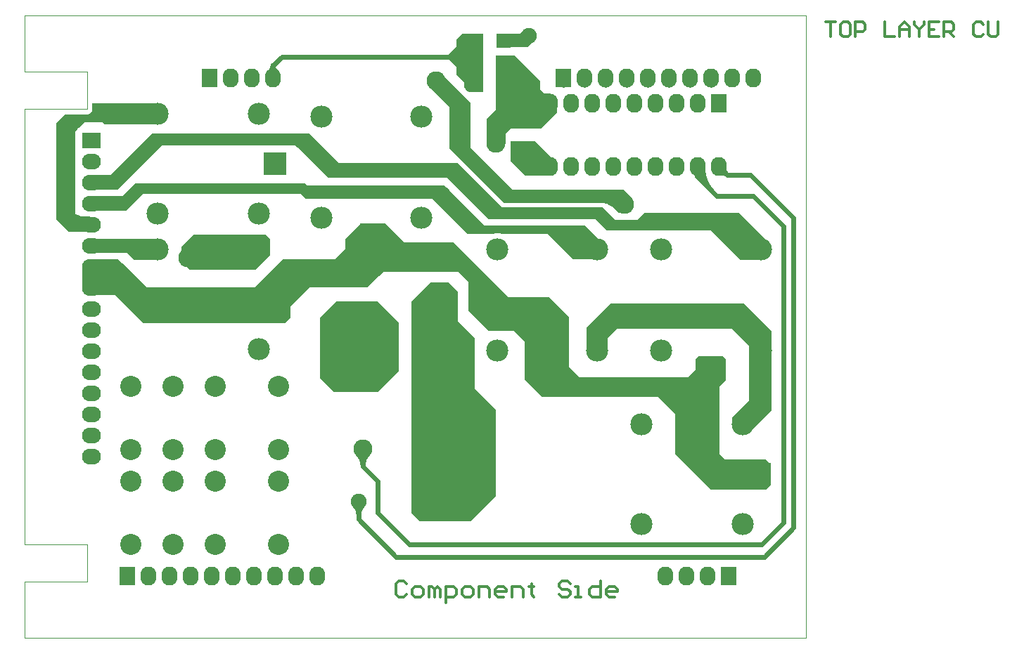
<source format=gtl>
%FSLAX25Y25*%
%MOIN*%
G70*
G01*
G75*
G04 Layer_Physical_Order=1*
G04 Layer_Color=255*
%ADD10C,0.03200*%
%ADD11C,0.02400*%
%ADD12R,0.06693X0.06693*%
%ADD13R,0.06693X0.06693*%
%ADD14C,0.00400*%
%ADD15C,0.01200*%
%ADD16R,0.07500X0.09000*%
%ADD17O,0.07500X0.09000*%
%ADD18O,0.07500X0.09000*%
%ADD19R,0.07500X0.09000*%
%ADD20O,0.09000X0.07500*%
%ADD21R,0.09000X0.07500*%
%ADD22R,0.10500X0.10500*%
%ADD23C,0.10500*%
%ADD24R,0.10500X0.10500*%
%ADD25C,0.10000*%
%ADD26C,0.09000*%
%ADD27C,0.07500*%
G36*
X510000Y583000D02*
Y575500D01*
X509500Y575000D01*
X503000Y568500D01*
X472000D01*
X468000Y572500D01*
Y579500D01*
X473500Y585000D01*
X508000D01*
X510000Y583000D01*
D02*
G37*
G36*
X426000D02*
X457000D01*
Y573000D01*
X445500D01*
X442000Y576500D01*
X425500D01*
Y582847D01*
X425962Y583038D01*
X426000Y583000D01*
D02*
G37*
G36*
X532000Y629500D02*
X542500Y619000D01*
X599000D01*
X600500Y617500D01*
X620000Y598000D01*
X667500D01*
X669500Y596000D01*
X673500Y592000D01*
X684000D01*
X685000Y593000D01*
X687500Y595500D01*
X732000D01*
X746500Y581000D01*
X743000Y577500D01*
Y573000D01*
X733000D01*
X728500Y577500D01*
X719000Y587000D01*
X669500D01*
X667500Y589000D01*
X664000Y592500D01*
X613500D01*
X594000Y612000D01*
X537500D01*
X523000Y626500D01*
X522000Y627500D01*
X458500D01*
X444500Y613500D01*
X437500Y606500D01*
X425500D01*
Y613500D01*
X434500D01*
X435000Y614000D01*
X454000Y633000D01*
X528500D01*
X532000Y629500D01*
D02*
G37*
G36*
X566000Y589000D02*
X573500Y581500D01*
X597000D01*
X606000Y572500D01*
X613000Y565500D01*
X623000Y555500D01*
X642000D01*
X651500Y546000D01*
Y522500D01*
X656500Y517500D01*
X708000D01*
X711500Y521000D01*
Y526000D01*
X713000Y527500D01*
X724500D01*
X726000Y526000D01*
Y522500D01*
Y516000D01*
X724500Y514500D01*
X723000Y513000D01*
Y511000D01*
Y481000D01*
X725500Y478500D01*
X745000D01*
X747000Y476500D01*
Y466000D01*
X745000Y464000D01*
X719000D01*
X718500Y464500D01*
X702000Y481000D01*
Y500000D01*
X694000Y508000D01*
X639000D01*
X630500Y516500D01*
Y534500D01*
X625500Y539500D01*
X613500D01*
X613000Y540000D01*
X604000Y549000D01*
Y550000D01*
Y562500D01*
X603500Y563000D01*
X599000Y567500D01*
X563500D01*
X561500Y565500D01*
X556000Y560000D01*
X528500D01*
X527500Y559000D01*
X519500Y551000D01*
Y545500D01*
X517000Y543000D01*
X450000D01*
X436500Y556500D01*
X424000D01*
X421000Y559500D01*
Y570000D01*
X425000Y573500D01*
X438000D01*
X440000Y571500D01*
X451500Y560000D01*
X502500D01*
X507500Y565000D01*
X516000Y573500D01*
X540500D01*
X545500Y578500D01*
Y583000D01*
X552500Y590000D01*
Y590500D01*
X564500D01*
X566000Y589000D01*
D02*
G37*
G36*
X599000Y558000D02*
Y556000D01*
Y544000D01*
X600000Y543000D01*
X607000Y536000D01*
Y535000D01*
Y512000D01*
X611000Y508000D01*
X617000Y502000D01*
Y461000D01*
X605000Y449000D01*
X581000D01*
X579000Y451000D01*
X577000Y453000D01*
Y537000D01*
Y553500D01*
X582500Y559000D01*
X586000Y562500D01*
X594500D01*
X599000Y558000D01*
D02*
G37*
G36*
X740000Y547000D02*
X747500Y539500D01*
Y532000D01*
Y501500D01*
X738000Y492000D01*
X735000Y495000D01*
X729000D01*
Y498500D01*
X733500Y503000D01*
X737000Y506500D01*
Y523000D01*
Y532500D01*
X735000Y534500D01*
X729000Y540500D01*
X674500D01*
X670000Y536000D01*
Y530000D01*
X660000D01*
Y541000D01*
X662000Y543000D01*
X671500Y552500D01*
X734500D01*
X740000Y547000D01*
D02*
G37*
G36*
X571000Y543500D02*
Y540500D01*
Y520500D01*
X561000Y510500D01*
X540000D01*
X533500Y517000D01*
Y517500D01*
Y545500D01*
X539000Y551000D01*
X541500Y553500D01*
X561000D01*
X571000Y543500D01*
D02*
G37*
G36*
X527500Y608500D02*
X592500D01*
X606000Y595000D01*
X611500Y589500D01*
X659000D01*
X665500Y583000D01*
Y573500D01*
X653500D01*
X641500Y585500D01*
X619661D01*
X619265Y585620D01*
X617756Y585769D01*
X616247Y585620D01*
X615851Y585500D01*
X603500D01*
X591000Y598000D01*
X587000Y602000D01*
X527000D01*
X526500Y602500D01*
X524500Y604500D01*
X449500D01*
X441500Y596500D01*
X425000D01*
Y603500D01*
X440000D01*
X446000Y609500D01*
X526500D01*
X527500Y608500D01*
D02*
G37*
G36*
X457000Y637500D02*
X431500D01*
X430500Y638500D01*
X422000D01*
X419371Y635871D01*
X418497D01*
Y634997D01*
X417500Y634000D01*
Y595000D01*
X419000Y593500D01*
X425000D01*
Y586500D01*
X414500D01*
X414000Y587000D01*
X408500Y592500D01*
Y615500D01*
Y638000D01*
X410000Y639500D01*
X412738Y642238D01*
X423228D01*
X424165Y642424D01*
X424959Y642955D01*
X425489Y643749D01*
X425675Y644685D01*
Y647500D01*
X457000D01*
Y637500D01*
D02*
G37*
G36*
X635500Y677500D02*
X632000Y674000D01*
X619500D01*
Y676000D01*
X623000Y679500D01*
X624000Y680500D01*
X628500D01*
X630000Y682000D01*
X631000D01*
X635500Y677500D01*
D02*
G37*
G36*
X610800Y680200D02*
Y652700D01*
X604200D01*
X603738Y653162D01*
X602700Y654200D01*
D01*
X601900Y655000D01*
Y657600D01*
X598300Y661200D01*
Y664600D01*
X594600Y668300D01*
Y670700D01*
X598300Y674400D01*
Y677800D01*
X598700Y678200D01*
X600800Y680300D01*
X604200D01*
Y675600D01*
X605800D01*
Y680300D01*
X610700D01*
X610800Y680200D01*
D02*
G37*
G36*
X643000Y622000D02*
Y613000D01*
X631000D01*
X629000Y615000D01*
X624000Y620000D01*
Y624500D01*
Y629500D01*
X635500D01*
X643000Y622000D01*
D02*
G37*
G36*
X605000Y647500D02*
Y644500D01*
Y626500D01*
X616000Y615500D01*
X625000Y606500D01*
X677500D01*
X681500Y602500D01*
Y598500D01*
X678500Y595500D01*
X675000D01*
X670500Y600000D01*
X668467D01*
X668358Y600072D01*
X667500Y600243D01*
X620929D01*
X602086Y619086D01*
X600586Y620586D01*
X600067Y620933D01*
X595000Y626000D01*
Y630000D01*
Y645500D01*
X585500Y655000D01*
X591500Y661000D01*
X605000Y647500D01*
D02*
G37*
G36*
X633500Y662500D02*
X638000Y658000D01*
Y654000D01*
X640000Y652000D01*
X643000D01*
X646000Y649000D01*
Y643000D01*
X641000Y638000D01*
X638500Y635500D01*
X624000D01*
X621500Y633000D01*
Y628000D01*
X612500D01*
Y640000D01*
X615000Y642500D01*
X617000Y644500D01*
Y652000D01*
Y661000D01*
Y670000D01*
X626000D01*
X633500Y662500D01*
D02*
G37*
%LPC*%
G36*
X604200Y657600D02*
Y657100D01*
X605700D01*
Y657518D01*
X604282D01*
X604200Y657600D01*
D02*
G37*
%LPD*%
D10*
X641378Y530938D02*
G03*
X643959Y524707I8812J0D01*
G01*
X638797D02*
G03*
X641378Y530938I-6231J6231D01*
G01*
X645020Y521890D02*
G03*
X649500Y510000I15371J-997D01*
G01*
X641827Y522097D02*
G03*
X644501Y514999I9177J-595D01*
G01*
X665000Y537500D02*
G03*
X667252Y532872I5880J0D01*
G01*
X662748D02*
G03*
X665000Y537500I-3628J4627D01*
G01*
X658769Y584262D02*
G03*
X665000Y581681I6231J6231D01*
G01*
X661350Y578031D02*
G03*
X658769Y584263I-8812J0D01*
G01*
X553878Y579626D02*
G03*
X554572Y583579I-2471J2471D01*
G01*
X557878Y581476D02*
G03*
X554208Y579956I0J-5190D01*
G01*
X550586Y576334D02*
G03*
X554228Y585126I-8792J8792D01*
G01*
X557878Y581476D02*
G03*
X554208Y579956I0J-5190D01*
G01*
X718878Y513314D02*
G03*
X716297Y519545I-8812J0D01*
G01*
X721459D02*
G03*
X718878Y513314I6231J-6231D01*
G01*
X742500Y537500D02*
G03*
X744752Y532872I5880J0D01*
G01*
X740248D02*
G03*
X742500Y537500I-3628J4627D01*
G01*
Y521188D02*
G03*
X739919Y527419I-8812J0D01*
G01*
X745081D02*
G03*
X742500Y521188I6231J-6231D01*
G01*
X736269Y584262D02*
G03*
X742500Y581681I6231J6231D01*
G01*
X738850Y578031D02*
G03*
X736269Y584263I-8812J0D01*
G01*
X511500Y561500D02*
G03*
X513925Y557682I4218J0D01*
G01*
X509793Y556959D02*
G03*
X511500Y561080I-4121J4121D01*
G01*
X502650Y554000D02*
G03*
X509793Y556959I0J10102D01*
G01*
Y551797D02*
G03*
X504475Y554000I-5319J-5319D01*
G01*
X496895Y578500D02*
G03*
X501919Y580581I0J7105D01*
G01*
Y575419D02*
G03*
X494481Y578500I-7438J-7438D01*
G01*
X453888Y575419D02*
G03*
X443018Y579921I-10869J-10869D01*
G01*
X456150Y577682D02*
G03*
X450744Y579921I-5406J-5406D01*
G01*
X441621Y640000D02*
G03*
X453888Y645081I0J17347D01*
G01*
X449347Y640000D02*
G03*
X456150Y642818I0J9622D01*
G01*
X739524Y499524D02*
G03*
X737650Y495000I4524J-4524D01*
G01*
X734000Y498650D02*
G03*
X741938Y501938I0J11226D01*
G01*
X733062Y471378D02*
G03*
X739293Y473959I0J8812D01*
G01*
Y468797D02*
G03*
X733062Y471378I-6231J-6231D01*
G01*
X431137Y609921D02*
G03*
X427467Y608401I0J-5190D01*
G01*
Y611442D02*
G03*
X431138Y609921I3670J3670D01*
G01*
X431137Y599921D02*
G03*
X427467Y598401I0J-5190D01*
G01*
Y601441D02*
G03*
X431138Y599921I3670J3670D01*
G01*
X420000Y590000D02*
G03*
X422801Y591305I0J3659D01*
G01*
X422724Y588635D02*
G03*
X420000Y590000I-2724J-2035D01*
G01*
X415000Y595000D02*
G03*
X424109Y592044I7451J7451D01*
G01*
X419437Y590563D02*
G03*
X424612Y588884I4234J4234D01*
G01*
X431137Y579921D02*
G03*
X427467Y578401I0J-5190D01*
G01*
Y581441D02*
G03*
X431138Y579921I3670J3670D01*
G01*
X431137Y569921D02*
G03*
X427467Y568401I0J-5190D01*
G01*
Y571442D02*
G03*
X431138Y569921I3670J3670D01*
G01*
X425197Y564731D02*
G03*
X423677Y568401I-5190J0D01*
G01*
X426717D02*
G03*
X425197Y564731I3670J-3670D01*
G01*
Y565112D02*
G03*
X426717Y561442I5191J0D01*
G01*
X423677D02*
G03*
X425197Y565112I-3670J3670D01*
G01*
X637310Y617500D02*
G03*
X640980Y619020I0J5191D01*
G01*
Y615980D02*
G03*
X637310Y617500I-3670J-3670D01*
G01*
Y647500D02*
G03*
X640980Y649020I0J5191D01*
G01*
Y645980D02*
G03*
X637310Y647500I-3670J-3670D01*
G01*
X619709Y662117D02*
G03*
X621731Y657235I6905J0D01*
G01*
Y654765D02*
G03*
X619709Y649883I4882J-4882D01*
G01*
X631826Y622466D02*
G03*
X627500Y624258I-4326J-4326D01*
G01*
X621383Y638209D02*
G03*
X626265Y640231I0J6905D01*
G01*
X627500Y640742D02*
G03*
X631826Y642534I0J6117D01*
G01*
X621731Y665265D02*
G03*
X619709Y660383I4882J-4882D01*
G01*
X594500Y487501D02*
G03*
X596551Y482551I7001J0D01*
G01*
X592449D02*
G03*
X594500Y487501I-4951J4951D01*
G01*
X547000Y533292D02*
G03*
X544449Y539449I-8708J0D01*
G01*
X548551D02*
G03*
X547000Y535706I3743J-3743D01*
G01*
Y524001D02*
G03*
X549051Y519051I7001J0D01*
G01*
X544949D02*
G03*
X547000Y524001I-4951J4951D01*
G01*
X594500Y548499D02*
G03*
X592449Y553449I-7001J0D01*
G01*
X596551D02*
G03*
X594500Y548499I4951J-4951D01*
G01*
X675949Y597449D02*
G03*
X663756Y602500I-12193J-12193D01*
G01*
X678212Y599712D02*
G03*
X671482Y602500I-6730J-6730D01*
G01*
X593451Y653049D02*
G03*
X588500Y655100I-4951J-4951D01*
G01*
X591400Y658000D02*
G03*
X593451Y653049I7001J0D01*
G01*
X620709Y638208D02*
G03*
X619538Y629904I4930J-4930D01*
G01*
X617703Y635203D02*
G03*
X616738Y628355I4065J-4065D01*
G01*
X617000Y634500D02*
G03*
X618802Y630772I4756J0D01*
G01*
X615198D02*
G03*
X617000Y634500I-2955J3727D01*
G01*
X476794Y573500D02*
G03*
X473051Y571949I0J-5294D01*
G01*
Y576051D02*
G03*
X479208Y573500I6158J6158D01*
G01*
X728622Y471378D02*
X745374D01*
X641378Y518122D02*
Y538622D01*
X511500Y553000D02*
Y561500D01*
X510500Y554000D02*
X511500Y553000D01*
X627500Y626791D02*
X636791Y617500D01*
X737500Y495000D02*
Y497500D01*
X472500Y572500D02*
X473500Y573500D01*
X677000Y599500D02*
X677750Y600250D01*
X588750Y657750D02*
Y658250D01*
X619709Y658291D02*
Y666500D01*
Y648291D02*
Y656000D01*
X627500Y638209D02*
X636791Y647500D01*
X620709Y638209D02*
X627500D01*
X636791Y617500D02*
X642500D01*
X606000Y551500D02*
Y563500D01*
X600000Y623500D02*
Y646500D01*
X588750Y657750D02*
X600000Y646500D01*
X588500Y658000D02*
Y658500D01*
X600000Y623500D02*
X621000Y602500D01*
X473500Y573500D02*
X485000D01*
X490000Y578500D01*
X504000D01*
X504500Y578000D01*
X439921Y599921D02*
X446000Y606000D01*
X611000Y587500D02*
X655532D01*
X592500Y606000D02*
X611000Y587500D01*
X615500Y595000D02*
X666823D01*
X595500Y615000D02*
X615500Y595000D01*
X540000Y615000D02*
X595500D01*
X525000Y630000D02*
X540000Y615000D01*
X621000Y602500D02*
X675500D01*
X617000Y628500D02*
Y634500D01*
X620709Y638209D01*
X456500Y630000D02*
X525000D01*
X436421Y609921D02*
X456500Y630000D01*
X425197Y609921D02*
X436421D01*
X456468Y578000D02*
Y578532D01*
X455079Y579921D02*
X456468Y578532D01*
X425197Y579921D02*
X455079D01*
X425197Y559921D02*
Y569921D01*
X432421D02*
X448342Y554000D01*
X649500Y510000D02*
X718878D01*
Y481122D02*
Y510000D01*
X641378Y518122D02*
X649500Y510000D01*
X718878Y481122D02*
X728622Y471378D01*
X718878Y510000D02*
Y522126D01*
X541352Y567100D02*
X553878Y579626D01*
X560004Y573500D01*
X615000Y542500D02*
X637500D01*
X641378Y538622D01*
X606000Y551500D02*
X615000Y542500D01*
X453968Y640000D02*
X456468Y642500D01*
X421000Y640000D02*
X453968D01*
X415000Y634000D02*
X421000Y640000D01*
X655532Y587500D02*
X665000Y578032D01*
X620500Y647500D02*
X636791D01*
X619709Y648291D02*
X620500Y647500D01*
X675500Y602500D02*
X677750Y600250D01*
X677000Y599500D02*
X678000D01*
X415000Y595000D02*
Y634000D01*
X425197Y599921D02*
X439921D01*
X666823Y595000D02*
X671873Y589950D01*
X678177Y590000D02*
X730532D01*
X678127Y589950D02*
X678177Y590000D01*
X671873Y589950D02*
X678127D01*
X425118Y590000D02*
X425197Y589921D01*
X420000Y590000D02*
X425118D01*
X415000Y595000D02*
X420000Y590000D01*
X672500Y545000D02*
X735000D01*
X665000Y537500D02*
X672500Y545000D01*
X735000D02*
X742500Y537500D01*
Y530000D02*
Y537500D01*
X665000Y530000D02*
Y537500D01*
X425197Y569921D02*
X432421D01*
X425197Y479803D02*
Y479921D01*
X636791Y647500D02*
X642500D01*
X737500Y497500D02*
X742500Y502500D01*
Y530000D01*
X444000Y483000D02*
Y486500D01*
X730532Y590000D02*
X742500Y578032D01*
X446000Y606000D02*
X592500D01*
X517100Y567100D02*
X541352D01*
X448342Y554000D02*
X510500D01*
X511500Y561500D02*
X517100Y567100D01*
X560004Y573500D02*
X596000D01*
X606000Y563500D01*
X547000Y517000D02*
Y541000D01*
X546500Y541500D02*
X547000Y541000D01*
X594500Y480500D02*
Y555500D01*
D11*
X511339Y665338D02*
G03*
X512881Y662229I3904J0D01*
G01*
X509796D02*
G03*
X511339Y665338I-2362J3109D01*
G01*
X712500Y612500D02*
G03*
X711300Y614500I-2266J0D01*
G01*
X713700D02*
G03*
X712500Y612500I1066J-2000D01*
G01*
X715050Y616750D02*
G03*
X719858Y605142I16417J0D01*
G01*
X712650Y616750D02*
G03*
X715761Y609239I10622J0D01*
G01*
X726500Y613500D02*
G03*
X723246Y614311I-2302J-2302D01*
G01*
X725050Y616750D02*
G03*
X726323Y613677I4346J0D01*
G01*
X608291Y659281D02*
G03*
X609022Y657518I2494J0D01*
G01*
X605986D02*
G03*
X608291Y663083I-5565J5565D01*
G01*
Y669781D02*
G03*
X609022Y668018I2494J0D01*
G01*
X606234Y668231D02*
G03*
X608291Y672291I-2979J4060D01*
G01*
Y659417D02*
G03*
X605986Y664982I-7870J0D01*
G01*
X609022D02*
G03*
X608291Y663219I1763J-1763D01*
G01*
X605986Y664982D02*
G03*
X595079Y669500I-10907J-10907D01*
G01*
X607683Y666679D02*
G03*
X600873Y669500I-6810J-6810D01*
G01*
X608291Y672923D02*
G03*
X606822Y674965I-2153J0D01*
G01*
X609022Y675482D02*
G03*
X608291Y673719I1763J-1763D01*
G01*
X551996Y452340D02*
G03*
X550193Y456693I-6156J0D01*
G01*
X553799D02*
G03*
X551996Y452340I4353J-4353D01*
G01*
X554000Y475533D02*
G03*
X551667Y481167I-7967J0D01*
G01*
X556333D02*
G03*
X554000Y475533I5633J-5633D01*
G01*
X576000Y438000D02*
X743000D01*
X561000Y453000D02*
X576000Y438000D01*
X561000Y453000D02*
Y468000D01*
X569757Y432243D02*
X744243D01*
X551996Y450004D02*
X569757Y432243D01*
X551996Y450004D02*
Y458496D01*
X515500Y669500D02*
X605500D01*
X511339Y665339D02*
X515500Y669500D01*
X511339Y659449D02*
Y665339D01*
X554000Y475000D02*
X561000Y468000D01*
X554000Y475000D02*
Y483500D01*
X744243Y432243D02*
X758000Y446000D01*
X605500Y669500D02*
X608291Y672291D01*
X619709Y677000D02*
X620496D01*
X722500Y617500D02*
X726500Y613500D01*
X737500D01*
X758000Y446000D02*
Y593000D01*
X737500Y613500D02*
X758000Y593000D01*
X743000Y438000D02*
X753400Y448400D01*
Y589100D01*
X739000Y603500D02*
X753400Y589100D01*
X678976Y656024D02*
Y659449D01*
X668976Y656024D02*
Y659449D01*
X658976Y656024D02*
Y659449D01*
X648976Y656024D02*
Y659449D01*
X688976Y656024D02*
Y659449D01*
X698976Y656024D02*
Y659449D01*
X708976Y656024D02*
Y659449D01*
X718976Y656024D02*
Y659449D01*
X712500Y612500D02*
Y617500D01*
Y612500D02*
X721500Y603500D01*
X739000D01*
X630000Y677000D02*
X632500Y679500D01*
X620496Y677000D02*
X630000D01*
X608291Y656000D02*
Y672291D01*
Y673000D02*
Y677000D01*
D12*
X607504D02*
D03*
X620496D02*
D03*
Y666500D02*
D03*
X607504D02*
D03*
X620496Y656000D02*
D03*
X607504D02*
D03*
D13*
X627500Y638996D02*
D03*
Y626004D02*
D03*
D14*
X393701Y420276D02*
X423228D01*
Y437992D01*
X393701D02*
X423228D01*
X393701D02*
Y644685D01*
X423228D01*
Y662402D01*
X393701D02*
X423228D01*
X393701D02*
Y688976D01*
X393701Y688976D01*
X763780D01*
Y393701D02*
Y688976D01*
X393701Y393701D02*
X763780D01*
X393701Y393701D02*
Y420276D01*
D15*
X773404Y686071D02*
X778069D01*
X775737D01*
Y679073D01*
X783901Y686071D02*
X781568D01*
X780402Y684905D01*
Y680239D01*
X781568Y679073D01*
X783901D01*
X785067Y680239D01*
Y684905D01*
X783901Y686071D01*
X787399Y679073D02*
Y686071D01*
X790898D01*
X792065Y684905D01*
Y682572D01*
X790898Y681406D01*
X787399D01*
X801395Y686071D02*
Y679073D01*
X806060D01*
X808393D02*
Y683738D01*
X810725Y686071D01*
X813058Y683738D01*
Y679073D01*
Y682572D01*
X808393D01*
X815390Y686071D02*
Y684905D01*
X817723Y682572D01*
X820055Y684905D01*
Y686071D01*
X817723Y682572D02*
Y679073D01*
X827053Y686071D02*
X822388D01*
Y679073D01*
X827053D01*
X822388Y682572D02*
X824721D01*
X829386Y679073D02*
Y686071D01*
X832885D01*
X834051Y684905D01*
Y682572D01*
X832885Y681406D01*
X829386D01*
X831718D02*
X834051Y679073D01*
X848046Y684905D02*
X846880Y686071D01*
X844548D01*
X843381Y684905D01*
Y680239D01*
X844548Y679073D01*
X846880D01*
X848046Y680239D01*
X850379Y686071D02*
Y680239D01*
X851545Y679073D01*
X853878D01*
X855044Y680239D01*
Y686071D01*
X574748Y419560D02*
X573436Y420871D01*
X570812D01*
X569500Y419560D01*
Y414312D01*
X570812Y413000D01*
X573436D01*
X574748Y414312D01*
X578683Y413000D02*
X581307D01*
X582619Y414312D01*
Y416936D01*
X581307Y418248D01*
X578683D01*
X577372Y416936D01*
Y414312D01*
X578683Y413000D01*
X585243D02*
Y418248D01*
X586555D01*
X587867Y416936D01*
Y413000D01*
Y416936D01*
X589179Y418248D01*
X590491Y416936D01*
Y413000D01*
X593114Y410376D02*
Y418248D01*
X597050D01*
X598362Y416936D01*
Y414312D01*
X597050Y413000D01*
X593114D01*
X602298D02*
X604922D01*
X606234Y414312D01*
Y416936D01*
X604922Y418248D01*
X602298D01*
X600986Y416936D01*
Y414312D01*
X602298Y413000D01*
X608857D02*
Y418248D01*
X612793D01*
X614105Y416936D01*
Y413000D01*
X620665D02*
X618041D01*
X616729Y414312D01*
Y416936D01*
X618041Y418248D01*
X620665D01*
X621977Y416936D01*
Y415624D01*
X616729D01*
X624600Y413000D02*
Y418248D01*
X628536D01*
X629848Y416936D01*
Y413000D01*
X633784Y419560D02*
Y418248D01*
X632472D01*
X635096D01*
X633784D01*
Y414312D01*
X635096Y413000D01*
X652150Y419560D02*
X650839Y420871D01*
X648215D01*
X646903Y419560D01*
Y418248D01*
X648215Y416936D01*
X650839D01*
X652150Y415624D01*
Y414312D01*
X650839Y413000D01*
X648215D01*
X646903Y414312D01*
X654774Y413000D02*
X657398D01*
X656086D01*
Y418248D01*
X654774D01*
X666582Y420871D02*
Y413000D01*
X662646D01*
X661334Y414312D01*
Y416936D01*
X662646Y418248D01*
X666582D01*
X673141Y413000D02*
X670517D01*
X669205Y414312D01*
Y416936D01*
X670517Y418248D01*
X673141D01*
X674453Y416936D01*
Y415624D01*
X669205D01*
D16*
X722500Y647500D02*
D03*
D17*
X712500D02*
D03*
X702500D02*
D03*
X692500D02*
D03*
X682500D02*
D03*
X672500D02*
D03*
X662500D02*
D03*
X652500D02*
D03*
X642500D02*
D03*
X722500Y617500D02*
D03*
X712500D02*
D03*
X702500D02*
D03*
X692500D02*
D03*
X682500D02*
D03*
X672500D02*
D03*
X662500D02*
D03*
X652500D02*
D03*
X642500D02*
D03*
D18*
X511339Y659449D02*
D03*
X501339D02*
D03*
X491339D02*
D03*
X697323Y423228D02*
D03*
X707323D02*
D03*
X717323D02*
D03*
X658976Y659449D02*
D03*
X678976D02*
D03*
X688976D02*
D03*
X698976D02*
D03*
X708976D02*
D03*
X718976D02*
D03*
X728976D02*
D03*
X738976D02*
D03*
X668976D02*
D03*
X452205Y423228D02*
D03*
X472205D02*
D03*
X482205D02*
D03*
X492205D02*
D03*
X502205D02*
D03*
X512205D02*
D03*
X522205D02*
D03*
X532205D02*
D03*
X462205D02*
D03*
D19*
X481339Y659449D02*
D03*
X727323Y423228D02*
D03*
X648976Y659449D02*
D03*
X442205Y423228D02*
D03*
D20*
X425197Y479921D02*
D03*
Y489921D02*
D03*
Y499921D02*
D03*
Y509921D02*
D03*
Y519921D02*
D03*
Y529921D02*
D03*
Y539921D02*
D03*
Y549921D02*
D03*
Y559921D02*
D03*
Y569921D02*
D03*
Y579921D02*
D03*
Y589921D02*
D03*
Y599921D02*
D03*
Y609921D02*
D03*
Y619921D02*
D03*
D21*
Y629921D02*
D03*
D22*
X741874Y471378D02*
D03*
X512374Y618878D02*
D03*
Y554378D02*
D03*
D23*
X734000Y495000D02*
D03*
Y447756D02*
D03*
X685968D02*
D03*
Y495000D02*
D03*
X456468Y642500D02*
D03*
Y595256D02*
D03*
X504500D02*
D03*
Y642500D02*
D03*
X456468Y578000D02*
D03*
X504500Y530756D02*
D03*
Y578000D02*
D03*
X742500Y578031D02*
D03*
X695256D02*
D03*
Y530000D02*
D03*
X742500D02*
D03*
X581500Y593000D02*
D03*
X534256D02*
D03*
Y641032D02*
D03*
X581500D02*
D03*
X665000Y578031D02*
D03*
X617756D02*
D03*
Y530000D02*
D03*
X665000D02*
D03*
D24*
X718878Y522126D02*
D03*
X557878Y585126D02*
D03*
X641378Y522126D02*
D03*
D25*
X444000Y468000D02*
D03*
Y438000D02*
D03*
X464000D02*
D03*
Y468000D02*
D03*
X484000D02*
D03*
Y438000D02*
D03*
X514000Y468000D02*
D03*
Y438000D02*
D03*
X444000Y513000D02*
D03*
Y483000D02*
D03*
X464000D02*
D03*
Y513000D02*
D03*
X484000D02*
D03*
Y483000D02*
D03*
X514000Y513000D02*
D03*
Y483000D02*
D03*
D26*
X554000Y483500D02*
D03*
X559500Y541500D02*
D03*
X558500Y517000D02*
D03*
X471000Y574000D02*
D03*
X602000Y462000D02*
D03*
X584000Y461500D02*
D03*
Y553500D02*
D03*
X617000Y628500D02*
D03*
X588500Y658000D02*
D03*
X678000Y599500D02*
D03*
X594500Y555500D02*
D03*
X547000Y517000D02*
D03*
X546500Y541500D02*
D03*
X594500Y480500D02*
D03*
X631500Y656000D02*
D03*
D27*
X551996Y458496D02*
D03*
X632500Y679500D02*
D03*
M02*

</source>
